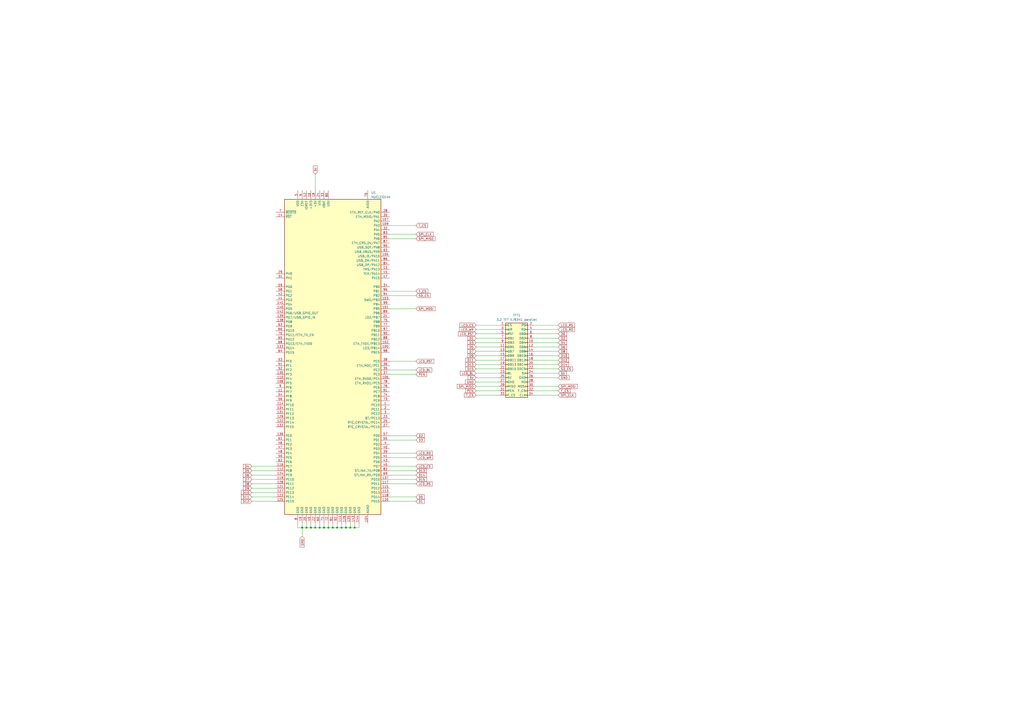
<source format=kicad_sch>
(kicad_sch (version 20230121) (generator eeschema)
  (paper "A2")
  (lib_symbols
    (symbol "zombie_display:3.2_TFT_ILI9341" (pin_names (offset 1.016))
      (property "Reference" "TFT" (at 4.8768 23.0632 0))
      (property "Value" "3.2 TFT ILI9341 parallel" (at 4.826 -23.241 0))
      (property "Footprint" "zombie_display:3.2_TFT_ILI9341" (at 0 0 0))
      (symbol "3.2_TFT_ILI9341_1_1"
        (rectangle (start -1.2954 21.5646) (end 11.4046 -21.6154) (stroke (width 0.254)) (fill (type background)))
        (rectangle (start -1.27 -20.193) (end 0 -20.447) (stroke (width 0.1524)))
        (rectangle (start -1.27 -17.653) (end 0 -17.907) (stroke (width 0.1524)))
        (rectangle (start -1.27 -15.113) (end 0 -15.367) (stroke (width 0.1524)))
        (rectangle (start -1.27 -12.573) (end 0 -12.827) (stroke (width 0.1524)))
        (rectangle (start -1.27 -10.033) (end 0 -10.287) (stroke (width 0.1524)))
        (rectangle (start -1.27 -7.493) (end 0 -7.747) (stroke (width 0.1524)))
        (rectangle (start -1.27 -4.953) (end 0 -5.207) (stroke (width 0.1524)))
        (rectangle (start -1.27 -2.413) (end 0 -2.667) (stroke (width 0.1524)))
        (rectangle (start -1.27 0.127) (end 0 -0.127) (stroke (width 0.1524)))
        (rectangle (start -1.27 2.667) (end 0 2.413) (stroke (width 0.1524)))
        (rectangle (start -1.27 5.207) (end 0 4.953) (stroke (width 0.1524)))
        (rectangle (start -1.27 7.747) (end 0 7.493) (stroke (width 0.1524)))
        (rectangle (start -1.27 10.287) (end 0 10.033) (stroke (width 0.1524)))
        (rectangle (start -1.27 12.827) (end 0 12.573) (stroke (width 0.1524)))
        (rectangle (start -1.27 15.367) (end 0 15.113) (stroke (width 0.1524)))
        (rectangle (start -1.27 17.907) (end 0 17.653) (stroke (width 0.1524)))
        (rectangle (start -1.27 20.447) (end 0 20.193) (stroke (width 0.1524)))
        (rectangle (start 10.0838 -20.193) (end 11.3538 -20.447) (stroke (width 0.1524)))
        (rectangle (start 10.0838 -7.493) (end 11.3538 -7.747) (stroke (width 0.1524)))
        (rectangle (start 11.3538 -17.653) (end 10.0838 -17.907) (stroke (width 0.1524)))
        (rectangle (start 11.3538 -15.113) (end 10.0838 -15.367) (stroke (width 0.1524)))
        (rectangle (start 11.3538 -12.573) (end 10.0838 -12.827) (stroke (width 0.1524)))
        (rectangle (start 11.3538 -10.033) (end 10.0838 -10.287) (stroke (width 0.1524)))
        (rectangle (start 11.3538 -4.953) (end 10.0838 -5.207) (stroke (width 0.1524)))
        (rectangle (start 11.3538 -2.413) (end 10.0838 -2.667) (stroke (width 0.1524)))
        (rectangle (start 11.3538 0.127) (end 10.0838 -0.127) (stroke (width 0.1524)))
        (rectangle (start 11.3538 2.667) (end 10.0838 2.413) (stroke (width 0.1524)))
        (rectangle (start 11.3538 5.207) (end 10.0838 4.953) (stroke (width 0.1524)))
        (rectangle (start 11.3538 7.747) (end 10.0838 7.493) (stroke (width 0.1524)))
        (rectangle (start 11.3538 10.287) (end 10.0838 10.033) (stroke (width 0.1524)))
        (rectangle (start 11.3538 12.827) (end 10.0838 12.573) (stroke (width 0.1524)))
        (rectangle (start 11.3538 15.367) (end 10.0838 15.113) (stroke (width 0.1524)))
        (rectangle (start 11.3538 17.907) (end 10.0838 17.653) (stroke (width 0.1524)))
        (rectangle (start 11.3538 20.447) (end 10.0838 20.193) (stroke (width 0.1524)))
        (pin passive line (at -5.08 20.32 0) (length 3.81) (name "CS") (number "1"))
        (pin passive line (at 15.24 10.16 180) (length 3.81) (name "DB4") (number "10"))
        (pin passive line (at -5.08 7.62 0) (length 3.81) (name "DB5") (number "11"))
        (pin passive line (at 15.24 7.62 180) (length 3.81) (name "DB6") (number "12"))
        (pin passive line (at -5.08 5.08 0) (length 3.81) (name "DB7") (number "13"))
        (pin passive line (at 15.24 5.08 180) (length 3.81) (name "DB8") (number "14"))
        (pin passive line (at -5.08 2.54 0) (length 3.81) (name "DB9") (number "15"))
        (pin passive line (at 15.24 2.54 180) (length 3.81) (name "DB10") (number "16"))
        (pin passive line (at -5.08 0 0) (length 3.81) (name "DB11") (number "17"))
        (pin passive line (at 15.24 0 180) (length 3.81) (name "DB12") (number "18"))
        (pin passive line (at -5.08 -2.54 0) (length 3.81) (name "DB13") (number "19"))
        (pin passive line (at 15.24 20.32 180) (length 3.81) (name "RS") (number "2"))
        (pin passive line (at 15.24 -2.54 180) (length 3.81) (name "DB14") (number "20"))
        (pin passive line (at -5.08 -5.08 0) (length 3.81) (name "DB15") (number "21"))
        (pin passive line (at 15.24 -5.08 180) (length 3.81) (name "SDCS") (number "22"))
        (pin passive line (at -5.08 -7.62 0) (length 3.81) (name "BL") (number "23"))
        (pin passive line (at 15.24 -7.62 180) (length 3.81) (name "5V") (number "24"))
        (pin passive line (at -5.08 -10.16 0) (length 3.81) (name "5V") (number "25"))
        (pin passive line (at 15.24 -10.16 180) (length 3.81) (name "GND") (number "26"))
        (pin passive line (at -5.08 -12.7 0) (length 3.81) (name "GND") (number "27"))
        (pin passive line (at 15.24 -12.7 180) (length 3.81) (name "NC") (number "28"))
        (pin passive line (at -5.08 -15.24 0) (length 3.81) (name "MISO") (number "29"))
        (pin passive line (at -5.08 17.78 0) (length 3.81) (name "WR") (number "3"))
        (pin passive line (at 15.24 -15.24 180) (length 3.81) (name "MOSI") (number "30"))
        (pin passive line (at -5.08 -17.78 0) (length 3.81) (name "PEN") (number "31"))
        (pin passive line (at 15.24 -17.78 180) (length 3.81) (name "F_CS") (number "32"))
        (pin passive line (at -5.08 -20.32 0) (length 3.81) (name "T_CS") (number "33"))
        (pin passive line (at 15.24 -20.32 180) (length 3.81) (name "CLK") (number "34"))
        (pin passive line (at 15.24 17.78 180) (length 3.81) (name "RD") (number "4"))
        (pin passive line (at -5.08 15.24 0) (length 3.81) (name "RST") (number "5"))
        (pin passive line (at 15.24 15.24 180) (length 3.81) (name "DB0") (number "6"))
        (pin passive line (at -5.08 12.7 0) (length 3.81) (name "DB1") (number "7"))
        (pin passive line (at 15.24 12.7 180) (length 3.81) (name "DB2") (number "8"))
        (pin passive line (at -5.08 10.16 0) (length 3.81) (name "DB3") (number "9"))
      )
    )
    (symbol "zombie_nucleo:NUCLEO144-Short"
      (property "Reference" "U" (at -22.86 94.615 0))
      (property "Value" "NUCLEO144" (at -22.86 92.71 0))
      (symbol "NUCLEO144-Short_0_1"
        (rectangle (start -27.94 91.44) (end 27.94 -91.44) (stroke (width 0.254)) (fill (type background)))
      )
      (symbol "NUCLEO144-Short_1_1"
        (pin bidirectional line (at 33.02 -27.94 180) (length 5.08) (name "PC10") (number "1"))
        (pin no_connect line (at -27.94 55.88 0) (length 5.08) hide (name "NC") (number "10"))
        (pin bidirectional line (at 33.02 5.08 180) (length 5.08) (name "LD3/PB14") (number "100"))
        (pin bidirectional line (at 33.02 27.94 180) (length 5.08) (name "PB5") (number "101"))
        (pin bidirectional line (at 33.02 7.62 180) (length 5.08) (name "ETH_TXD1/PB13") (number "102"))
        (pin bidirectional line (at 33.02 33.02 180) (length 5.08) (name "SWO/PB3") (number "103"))
        (pin power_in line (at 20.32 -96.52 90) (length 5.08) (name "AGND") (number "104"))
        (pin bidirectional line (at 33.02 58.42 180) (length 5.08) (name "USB_ID/PA10") (number "105"))
        (pin bidirectional line (at 33.02 -12.7 180) (length 5.08) (name "ETH_RXD0/PC4") (number "106"))
        (pin bidirectional line (at 33.02 78.74 180) (length 5.08) (name "PA2") (number "107"))
        (pin bidirectional line (at -33.02 -15.24 0) (length 5.08) (name "PF5") (number "108"))
        (pin bidirectional line (at 33.02 76.2 180) (length 5.08) (name "PA3") (number "109"))
        (pin bidirectional line (at -33.02 -20.32 0) (length 5.08) (name "PF7") (number "11"))
        (pin bidirectional line (at -33.02 -12.7 0) (length 5.08) (name "PF4") (number "110"))
        (pin power_in line (at 5.08 -96.52 90) (length 5.08) (name "GND") (number "111"))
        (pin bidirectional line (at -33.02 -66.04 0) (length 5.08) (name "PE8") (number "112"))
        (pin bidirectional line (at 33.02 -78.74 180) (length 5.08) (name "PD13") (number "113"))
        (pin bidirectional line (at -33.02 -27.94 0) (length 5.08) (name "PF10") (number "114"))
        (pin bidirectional line (at 33.02 -76.2 180) (length 5.08) (name "PD12") (number "115"))
        (pin bidirectional line (at -33.02 -63.5 0) (length 5.08) (name "PE7") (number "116"))
        (pin bidirectional line (at 33.02 -73.66 180) (length 5.08) (name "PD11") (number "117"))
        (pin bidirectional line (at 33.02 -81.28 180) (length 5.08) (name "PD14") (number "118"))
        (pin bidirectional line (at -33.02 -71.12 0) (length 5.08) (name "PE10") (number "119"))
        (pin power_in line (at -15.24 96.52 270) (length 5.08) (name "IOREF") (number "12"))
        (pin bidirectional line (at 33.02 -83.82 180) (length 5.08) (name "PD15") (number "120"))
        (pin bidirectional line (at -33.02 -76.2 0) (length 5.08) (name "PE12") (number "121"))
        (pin bidirectional line (at -33.02 -38.1 0) (length 5.08) (name "PF14") (number "122"))
        (pin bidirectional line (at -33.02 -81.28 0) (length 5.08) (name "PE14") (number "123"))
        (pin bidirectional line (at -33.02 -68.58 0) (length 5.08) (name "PE9") (number "124"))
        (pin bidirectional line (at -33.02 -83.82 0) (length 5.08) (name "PE15") (number "125"))
        (pin power_in line (at 7.62 -96.52 90) (length 5.08) (name "GND") (number "126"))
        (pin bidirectional line (at -33.02 -78.74 0) (length 5.08) (name "PE13") (number "127"))
        (pin bidirectional line (at -33.02 -73.66 0) (length 5.08) (name "PE11") (number "128"))
        (pin bidirectional line (at -33.02 -35.56 0) (length 5.08) (name "PF13") (number "129"))
        (pin bidirectional line (at 33.02 50.8 180) (length 5.08) (name "TMS/PA13") (number "13"))
        (pin bidirectional line (at -33.02 -10.16 0) (length 5.08) (name "PF3") (number "130"))
        (pin bidirectional line (at -33.02 -33.02 0) (length 5.08) (name "PF12") (number "131"))
        (pin bidirectional line (at -33.02 -40.64 0) (length 5.08) (name "PF15") (number "132"))
        (pin bidirectional line (at -33.02 5.08 0) (length 5.08) (name "PG14") (number "133"))
        (pin bidirectional line (at -33.02 -30.48 0) (length 5.08) (name "PF11") (number "134"))
        (pin power_in line (at 10.16 -96.52 90) (length 5.08) (name "GND") (number "135"))
        (pin bidirectional line (at -33.02 -45.72 0) (length 5.08) (name "PE0") (number "136"))
        (pin bidirectional line (at 33.02 -71.12 180) (length 5.08) (name "PD10") (number "137"))
        (pin bidirectional line (at -33.02 20.32 0) (length 5.08) (name "PG8") (number "138"))
        (pin bidirectional line (at -33.02 22.86 0) (length 5.08) (name "PG7/USB_GPIO_IN") (number "139"))
        (pin input line (at -33.02 81.28 0) (length 5.08) (name "~{RST}") (number "14"))
        (pin bidirectional line (at -33.02 27.94 0) (length 5.08) (name "PG5") (number "140"))
        (pin bidirectional line (at -33.02 30.48 0) (length 5.08) (name "PG4") (number "141"))
        (pin bidirectional line (at -33.02 25.4 0) (length 5.08) (name "PG6/USB_GPIO_OUT") (number "142"))
        (pin power_in line (at 12.7 -96.52 90) (length 5.08) (name "GND") (number "143"))
        (pin power_in line (at 15.24 -96.52 90) (length 5.08) (name "GND") (number "144"))
        (pin bidirectional line (at 33.02 48.26 180) (length 5.08) (name "TCK/PA14") (number "15"))
        (pin power_in line (at -12.7 96.52 270) (length 5.08) (name "+3V3") (number "16"))
        (pin bidirectional line (at 33.02 45.72 180) (length 5.08) (name "PA15") (number "17"))
        (pin power_in line (at -10.16 96.52 270) (length 5.08) (name "+5V") (number "18"))
        (pin power_in line (at -17.78 -96.52 90) (length 5.08) (name "GND") (number "19"))
        (pin bidirectional line (at 33.02 -30.48 180) (length 5.08) (name "PC11") (number "2"))
        (pin power_in line (at -15.24 -96.52 90) (length 5.08) (name "GND") (number "20"))
        (pin bidirectional line (at 33.02 22.86 180) (length 5.08) (name "LD2/PB7") (number "21"))
        (pin power_in line (at -10.16 -96.52 90) (length 5.08) (name "GND") (number "22"))
        (pin bidirectional line (at 33.02 -35.56 180) (length 5.08) (name "BT/PC13") (number "23"))
        (pin power_in line (at -7.62 96.52 270) (length 5.08) (name "VIN") (number "24"))
        (pin bidirectional line (at 33.02 -38.1 180) (length 5.08) (name "RTC_CRYSTAL/PC14") (number "25"))
        (pin no_connect line (at -27.94 58.42 0) (length 5.08) hide (name "NC") (number "26"))
        (pin bidirectional line (at 33.02 -40.64 180) (length 5.08) (name "RTC_CRYSTAL/PC15") (number "27"))
        (pin bidirectional line (at 33.02 83.82 180) (length 5.08) (name "ETH_REF_CLK/PA0") (number "28"))
        (pin bidirectional line (at -33.02 48.26 0) (length 5.08) (name "PH0") (number "29"))
        (pin bidirectional line (at 33.02 -33.02 180) (length 5.08) (name "PC12") (number "3"))
        (pin bidirectional line (at 33.02 81.28 180) (length 5.08) (name "ETH_MDIO/PA1") (number "30"))
        (pin bidirectional line (at -33.02 45.72 0) (length 5.08) (name "PH1") (number "31"))
        (pin bidirectional line (at 33.02 73.66 180) (length 5.08) (name "PA4") (number "32"))
        (pin power_in line (at -5.08 96.52 270) (length 5.08) (name "VBAT") (number "33"))
        (pin bidirectional line (at 33.02 40.64 180) (length 5.08) (name "PB0") (number "34"))
        (pin bidirectional line (at 33.02 -7.62 180) (length 5.08) (name "PC2") (number "35"))
        (pin bidirectional line (at 33.02 -5.08 180) (length 5.08) (name "ETH_MDC/PC1") (number "36"))
        (pin bidirectional line (at 33.02 -10.16 180) (length 5.08) (name "PC3") (number "37"))
        (pin bidirectional line (at 33.02 -2.54 180) (length 5.08) (name "PC0") (number "38"))
        (pin bidirectional line (at 33.02 -55.88 180) (length 5.08) (name "PD4") (number "39"))
        (pin bidirectional line (at 33.02 -50.8 180) (length 5.08) (name "PD2") (number "4"))
        (pin bidirectional line (at 33.02 -53.34 180) (length 5.08) (name "PD3") (number "40"))
        (pin bidirectional line (at 33.02 -58.42 180) (length 5.08) (name "PD5") (number "41"))
        (pin bidirectional line (at -33.02 35.56 0) (length 5.08) (name "PG2") (number "42"))
        (pin bidirectional line (at 33.02 -60.96 180) (length 5.08) (name "PD6") (number "43"))
        (pin bidirectional line (at -33.02 33.02 0) (length 5.08) (name "PG3") (number "44"))
        (pin bidirectional line (at 33.02 -63.5 180) (length 5.08) (name "PD7") (number "45"))
        (pin bidirectional line (at -33.02 -50.8 0) (length 5.08) (name "PE2") (number "46"))
        (pin bidirectional line (at -33.02 -53.34 0) (length 5.08) (name "PE3") (number "47"))
        (pin bidirectional line (at -33.02 -55.88 0) (length 5.08) (name "PE4") (number "48"))
        (pin power_in line (at -12.7 -96.52 90) (length 5.08) (name "GND") (number "49"))
        (pin power_in line (at -20.32 96.52 270) (length 5.08) (name "VDD") (number "5"))
        (pin bidirectional line (at -33.02 -58.42 0) (length 5.08) (name "PE5") (number "50"))
        (pin bidirectional line (at -33.02 -5.08 0) (length 5.08) (name "PF1") (number "51"))
        (pin bidirectional line (at -33.02 -7.62 0) (length 5.08) (name "PF2") (number "52"))
        (pin bidirectional line (at -33.02 -2.54 0) (length 5.08) (name "PF0") (number "53"))
        (pin bidirectional line (at -33.02 -22.86 0) (length 5.08) (name "PF8") (number "54"))
        (pin bidirectional line (at 33.02 -48.26 180) (length 5.08) (name "PD1") (number "55"))
        (pin bidirectional line (at -33.02 -25.4 0) (length 5.08) (name "PF9") (number "56"))
        (pin bidirectional line (at 33.02 -45.72 180) (length 5.08) (name "PD0") (number "57"))
        (pin bidirectional line (at -33.02 38.1 0) (length 5.08) (name "PG1") (number "58"))
        (pin bidirectional line (at -33.02 40.64 0) (length 5.08) (name "PG0") (number "59"))
        (pin power_in line (at -17.78 96.52 270) (length 5.08) (name "E5V") (number "6"))
        (pin power_in line (at -7.62 -96.52 90) (length 5.08) (name "GND") (number "60"))
        (pin bidirectional line (at -33.02 -48.26 0) (length 5.08) (name "PE1") (number "61"))
        (pin bidirectional line (at -33.02 -60.96 0) (length 5.08) (name "PE6") (number "62"))
        (pin bidirectional line (at -33.02 17.78 0) (length 5.08) (name "PG9") (number "63"))
        (pin bidirectional line (at -33.02 2.54 0) (length 5.08) (name "PG15") (number "64"))
        (pin bidirectional line (at -33.02 10.16 0) (length 5.08) (name "PG12") (number "65"))
        (pin bidirectional line (at -33.02 15.24 0) (length 5.08) (name "PG10") (number "66"))
        (pin no_connect line (at -27.94 53.34 0) (length 5.08) hide (name "NC") (number "67"))
        (pin bidirectional line (at -33.02 7.62 0) (length 5.08) (name "PG13/ETH_TXD0") (number "68"))
        (pin bidirectional line (at 33.02 -68.58 180) (length 5.08) (name "STLINK_RX/PD9") (number "69"))
        (pin input line (at -33.02 83.82 0) (length 5.08) (name "~{BOOT0}") (number "7"))
        (pin bidirectional line (at -33.02 12.7 0) (length 5.08) (name "PG11/ETH_TX_EN") (number "70"))
        (pin power_in line (at -5.08 -96.52 90) (length 5.08) (name "GND") (number "71"))
        (pin power_in line (at -2.54 -96.52 90) (length 5.08) (name "GND") (number "72"))
        (pin bidirectional line (at 33.02 -25.4 180) (length 5.08) (name "PC9") (number "73"))
        (pin bidirectional line (at 33.02 -22.86 180) (length 5.08) (name "PC8") (number "74"))
        (pin bidirectional line (at 33.02 20.32 180) (length 5.08) (name "PB8") (number "75"))
        (pin bidirectional line (at 33.02 -17.78 180) (length 5.08) (name "PC6") (number "76"))
        (pin bidirectional line (at 33.02 17.78 180) (length 5.08) (name "PB9") (number "77"))
        (pin bidirectional line (at 33.02 -15.24 180) (length 5.08) (name "ETH_RXD1/PC5") (number "78"))
        (pin power_in line (at 20.32 96.52 270) (length 5.08) (name "AVDD") (number "79"))
        (pin power_in line (at -20.32 -96.52 90) (length 5.08) (name "GND") (number "8"))
        (pin power_in line (at -2.54 96.52 270) (length 5.08) (name "U5V") (number "80"))
        (pin power_in line (at 0 -96.52 90) (length 5.08) (name "GND") (number "81"))
        (pin bidirectional line (at 33.02 -66.04 180) (length 5.08) (name "STLINK_TX/PD8") (number "82"))
        (pin bidirectional line (at 33.02 71.12 180) (length 5.08) (name "PA5") (number "83"))
        (pin bidirectional line (at 33.02 53.34 180) (length 5.08) (name "USB_DP/PA12") (number "84"))
        (pin bidirectional line (at 33.02 68.58 180) (length 5.08) (name "PA6") (number "85"))
        (pin bidirectional line (at 33.02 55.88 180) (length 5.08) (name "USB_DM/PA11") (number "86"))
        (pin bidirectional line (at 33.02 66.04 180) (length 5.08) (name "ETH_CRS_DV/PA7") (number "87"))
        (pin bidirectional line (at 33.02 10.16 180) (length 5.08) (name "PB12") (number "88"))
        (pin bidirectional line (at 33.02 25.4 180) (length 5.08) (name "PB6") (number "89"))
        (pin bidirectional line (at -33.02 -17.78 0) (length 5.08) (name "PF6") (number "9"))
        (pin bidirectional line (at 33.02 12.7 180) (length 5.08) (name "PB11") (number "90"))
        (pin bidirectional line (at 33.02 -20.32 180) (length 5.08) (name "PC7") (number "91"))
        (pin power_in line (at 2.54 -96.52 90) (length 5.08) (name "GND") (number "92"))
        (pin bidirectional line (at 33.02 60.96 180) (length 5.08) (name "USB_VBUS/PA9") (number "93"))
        (pin bidirectional line (at 33.02 35.56 180) (length 5.08) (name "PB2") (number "94"))
        (pin bidirectional line (at 33.02 63.5 180) (length 5.08) (name "USB_SOF/PA8") (number "95"))
        (pin bidirectional line (at 33.02 38.1 180) (length 5.08) (name "PB1") (number "96"))
        (pin bidirectional line (at 33.02 15.24 180) (length 5.08) (name "PB10") (number "97"))
        (pin bidirectional line (at 33.02 2.54 180) (length 5.08) (name "PB15") (number "98"))
        (pin bidirectional line (at 33.02 30.48 180) (length 5.08) (name "PB4") (number "99"))
      )
    )
  )
  (junction (at 195.58 306.07))
  (junction (at 190.5 306.07))
  (junction (at 203.2 306.07))
  (junction (at 193.04 306.07))
  (junction (at 180.34 306.07))
  (junction (at 185.42 306.07))
  (junction (at 175.26 306.07))
  (junction (at 198.12 306.07))
  (junction (at 177.8 306.07))
  (junction (at 187.96 306.07))
  (junction (at 200.66 306.07))
  (junction (at 205.74 306.07))
  (junction (at 182.88 306.07))
  (wire (pts (xy 146.05 280.67) (xy 160.02 280.67)))
  (wire (pts (xy 276.225 226.695) (xy 289.56 226.695)))
  (wire (pts (xy 226.06 278.13) (xy 241.3 278.13)))
  (wire (pts (xy 309.88 224.155) (xy 323.85 224.155)))
  (wire (pts (xy 276.225 211.455) (xy 289.56 211.455)))
  (wire (pts (xy 276.225 221.615) (xy 289.56 221.615)))
  (wire (pts (xy 276.225 219.075) (xy 289.56 219.075)))
  (wire (pts (xy 309.88 219.075) (xy 323.85 219.075)))
  (wire (pts (xy 200.66 306.07) (xy 203.2 306.07)))
  (wire (pts (xy 200.66 303.53) (xy 200.66 306.07)))
  (wire (pts (xy 146.05 283.21) (xy 160.02 283.21)))
  (wire (pts (xy 175.26 306.07) (xy 175.26 311.15)))
  (wire (pts (xy 177.8 306.07) (xy 175.26 306.07)))
  (wire (pts (xy 226.06 270.51) (xy 241.3 270.51)))
  (wire (pts (xy 182.88 303.53) (xy 182.88 306.07)))
  (wire (pts (xy 226.06 280.67) (xy 241.3 280.67)))
  (wire (pts (xy 309.88 201.295) (xy 323.85 201.295)))
  (wire (pts (xy 182.88 306.07) (xy 185.42 306.07)))
  (wire (pts (xy 276.225 224.155) (xy 289.56 224.155)))
  (wire (pts (xy 276.225 198.755) (xy 289.56 198.755)))
  (wire (pts (xy 146.05 273.05) (xy 160.02 273.05)))
  (wire (pts (xy 182.88 100.965) (xy 182.88 110.49)))
  (wire (pts (xy 309.88 211.455) (xy 323.85 211.455)))
  (wire (pts (xy 276.225 188.595) (xy 289.56 188.595)))
  (wire (pts (xy 226.06 290.83) (xy 241.3 290.83)))
  (wire (pts (xy 226.06 288.29) (xy 241.3 288.29)))
  (wire (pts (xy 309.88 188.595) (xy 323.85 188.595)))
  (wire (pts (xy 180.34 306.07) (xy 182.88 306.07)))
  (wire (pts (xy 175.26 303.53) (xy 175.26 306.07)))
  (wire (pts (xy 276.225 193.675) (xy 289.56 193.675)))
  (wire (pts (xy 226.06 275.59) (xy 241.3 275.59)))
  (wire (pts (xy 198.12 306.07) (xy 200.66 306.07)))
  (wire (pts (xy 309.88 213.995) (xy 323.85 213.995)))
  (wire (pts (xy 146.05 290.83) (xy 160.02 290.83)))
  (wire (pts (xy 276.225 208.915) (xy 289.56 208.915)))
  (wire (pts (xy 198.12 303.53) (xy 198.12 306.07)))
  (wire (pts (xy 276.225 201.295) (xy 289.56 201.295)))
  (wire (pts (xy 226.06 273.05) (xy 241.3 273.05)))
  (wire (pts (xy 226.06 171.45) (xy 241.3 171.45)))
  (wire (pts (xy 226.06 214.63) (xy 241.3 214.63)))
  (wire (pts (xy 276.225 229.235) (xy 289.56 229.235)))
  (wire (pts (xy 146.05 288.29) (xy 160.02 288.29)))
  (wire (pts (xy 185.42 303.53) (xy 185.42 306.07)))
  (wire (pts (xy 193.04 306.07) (xy 195.58 306.07)))
  (wire (pts (xy 208.28 303.53) (xy 208.28 306.07)))
  (wire (pts (xy 226.06 255.27) (xy 241.3 255.27)))
  (wire (pts (xy 195.58 303.53) (xy 195.58 306.07)))
  (wire (pts (xy 146.05 278.13) (xy 160.02 278.13)))
  (wire (pts (xy 146.05 270.51) (xy 160.02 270.51)))
  (wire (pts (xy 190.5 303.53) (xy 190.5 306.07)))
  (wire (pts (xy 190.5 306.07) (xy 187.96 306.07)))
  (wire (pts (xy 226.06 209.55) (xy 241.3 209.55)))
  (wire (pts (xy 226.06 138.43) (xy 241.3 138.43)))
  (wire (pts (xy 226.06 168.91) (xy 241.3 168.91)))
  (wire (pts (xy 226.06 217.17) (xy 241.3 217.17)))
  (wire (pts (xy 226.06 135.89) (xy 241.3 135.89)))
  (wire (pts (xy 309.88 193.675) (xy 323.85 193.675)))
  (wire (pts (xy 226.06 179.07) (xy 241.3 179.07)))
  (wire (pts (xy 276.225 196.215) (xy 289.56 196.215)))
  (wire (pts (xy 146.05 275.59) (xy 160.02 275.59)))
  (wire (pts (xy 226.06 265.43) (xy 241.3 265.43)))
  (wire (pts (xy 309.88 196.215) (xy 323.85 196.215)))
  (wire (pts (xy 226.06 130.81) (xy 241.3 130.81)))
  (wire (pts (xy 226.06 262.89) (xy 241.3 262.89)))
  (wire (pts (xy 193.04 306.07) (xy 190.5 306.07)))
  (wire (pts (xy 276.225 216.535) (xy 289.56 216.535)))
  (wire (pts (xy 177.8 306.07) (xy 180.34 306.07)))
  (wire (pts (xy 193.04 303.53) (xy 193.04 306.07)))
  (wire (pts (xy 205.74 306.07) (xy 203.2 306.07)))
  (wire (pts (xy 187.96 303.53) (xy 187.96 306.07)))
  (wire (pts (xy 309.88 226.695) (xy 323.85 226.695)))
  (wire (pts (xy 309.88 216.535) (xy 323.85 216.535)))
  (wire (pts (xy 185.42 306.07) (xy 187.96 306.07)))
  (wire (pts (xy 309.88 203.835) (xy 323.85 203.835)))
  (wire (pts (xy 203.2 303.53) (xy 203.2 306.07)))
  (wire (pts (xy 226.06 252.73) (xy 241.3 252.73)))
  (wire (pts (xy 208.28 306.07) (xy 205.74 306.07)))
  (wire (pts (xy 309.88 191.135) (xy 323.85 191.135)))
  (wire (pts (xy 172.72 306.07) (xy 175.26 306.07)))
  (wire (pts (xy 309.88 198.755) (xy 323.85 198.755)))
  (wire (pts (xy 276.225 203.835) (xy 289.56 203.835)))
  (wire (pts (xy 195.58 306.07) (xy 198.12 306.07)))
  (wire (pts (xy 146.05 285.75) (xy 160.02 285.75)))
  (wire (pts (xy 180.34 303.53) (xy 180.34 306.07)))
  (wire (pts (xy 276.225 191.135) (xy 289.56 191.135)))
  (wire (pts (xy 309.88 208.915) (xy 323.85 208.915)))
  (wire (pts (xy 276.225 206.375) (xy 289.56 206.375)))
  (wire (pts (xy 205.74 303.53) (xy 205.74 306.07)))
  (wire (pts (xy 177.8 303.53) (xy 177.8 306.07)))
  (wire (pts (xy 276.225 213.995) (xy 289.56 213.995)))
  (wire (pts (xy 309.88 229.235) (xy 323.85 229.235)))
  (wire (pts (xy 309.88 206.375) (xy 323.85 206.375)))
  (wire (pts (xy 172.72 303.53) (xy 172.72 306.07)))
  (global_label "LCD_RST" (shape input) (at 276.225 193.675 180) (property "Intersheetrefs" "${INTERSHEET_REFS}" (effects hide)))
  (global_label "D6" (shape input) (at 323.85 201.295 0) (property "Intersheetrefs" "${INTERSHEET_REFS}" (effects hide)))
  (global_label "LCD_WR" (shape input) (at 241.3 265.43 0) (property "Intersheetrefs" "${INTERSHEET_REFS}" (effects hide)))
  (global_label "GND" (shape input) (at 323.85 219.075 0) (property "Intersheetrefs" "${INTERSHEET_REFS}" (effects hide)))
  (global_label "SPI_MOSI" (shape input) (at 241.3 179.07 0) (property "Intersheetrefs" "${INTERSHEET_REFS}" (effects hide)))
  (global_label "D13" (shape input) (at 276.225 211.455 180) (property "Intersheetrefs" "${INTERSHEET_REFS}" (effects hide)))
  (global_label "D9" (shape input) (at 276.225 206.375 180) (property "Intersheetrefs" "${INTERSHEET_REFS}" (effects hide)))
  (global_label "5V" (shape input) (at 276.225 219.075 180) (property "Intersheetrefs" "${INTERSHEET_REFS}" (effects hide)))
  (global_label "SPI_MOSI" (shape input) (at 323.85 224.155 0) (property "Intersheetrefs" "${INTERSHEET_REFS}" (effects hide)))
  (global_label "D14" (shape input) (at 241.3 275.59 0) (property "Intersheetrefs" "${INTERSHEET_REFS}" (effects hide)))
  (global_label "D9" (shape input) (at 146.05 283.21 180) (property "Intersheetrefs" "${INTERSHEET_REFS}" (effects hide)))
  (global_label "GND" (shape input) (at 175.26 311.15 270) (property "Intersheetrefs" "${INTERSHEET_REFS}" (effects hide)))
  (global_label "PEN" (shape input) (at 241.3 217.17 0) (property "Intersheetrefs" "${INTERSHEET_REFS}" (effects hide)))
  (global_label "D6" (shape input) (at 146.05 275.59 180) (property "Intersheetrefs" "${INTERSHEET_REFS}" (effects hide)))
  (global_label "D8" (shape input) (at 323.85 203.835 0) (property "Intersheetrefs" "${INTERSHEET_REFS}" (effects hide)))
  (global_label "LCD_WR" (shape input) (at 276.225 191.135 180) (property "Intersheetrefs" "${INTERSHEET_REFS}" (effects hide)))
  (global_label "F_CS" (shape input) (at 323.85 226.695 0) (property "Intersheetrefs" "${INTERSHEET_REFS}" (effects hide)))
  (global_label "D11" (shape input) (at 146.05 288.29 180) (property "Intersheetrefs" "${INTERSHEET_REFS}" (effects hide)))
  (global_label "D13" (shape input) (at 241.3 273.05 0) (property "Intersheetrefs" "${INTERSHEET_REFS}" (effects hide)))
  (global_label "SPI_MISO" (shape input) (at 241.3 138.43 0) (property "Intersheetrefs" "${INTERSHEET_REFS}" (effects hide)))
  (global_label "SPI_CLK" (shape input) (at 323.85 229.235 0) (property "Intersheetrefs" "${INTERSHEET_REFS}" (effects hide)))
  (global_label "D0" (shape input) (at 323.85 193.675 0) (property "Intersheetrefs" "${INTERSHEET_REFS}" (effects hide)))
  (global_label "D2" (shape input) (at 241.3 252.73 0) (property "Intersheetrefs" "${INTERSHEET_REFS}" (effects hide)))
  (global_label "LCD_RS" (shape input) (at 241.3 280.67 0) (property "Intersheetrefs" "${INTERSHEET_REFS}" (effects hide)))
  (global_label "D10" (shape input) (at 146.05 285.75 180) (property "Intersheetrefs" "${INTERSHEET_REFS}" (effects hide)))
  (global_label "D10" (shape input) (at 323.85 206.375 0) (property "Intersheetrefs" "${INTERSHEET_REFS}" (effects hide)))
  (global_label "D4" (shape input) (at 146.05 270.51 180) (property "Intersheetrefs" "${INTERSHEET_REFS}" (effects hide)))
  (global_label "PEN" (shape input) (at 276.225 226.695 180) (property "Intersheetrefs" "${INTERSHEET_REFS}" (effects hide)))
  (global_label "F_CS" (shape input) (at 241.3 168.91 0) (property "Intersheetrefs" "${INTERSHEET_REFS}" (effects hide)))
  (global_label "SPI_MISO" (shape input) (at 276.225 224.155 180) (property "Intersheetrefs" "${INTERSHEET_REFS}" (effects hide)))
  (global_label "SPI_CLK" (shape input) (at 241.3 135.89 0) (property "Intersheetrefs" "${INTERSHEET_REFS}" (effects hide)))
  (global_label "D12" (shape input) (at 323.85 208.915 0) (property "Intersheetrefs" "${INTERSHEET_REFS}" (effects hide)))
  (global_label "LCD_CS" (shape input) (at 241.3 270.51 0) (property "Intersheetrefs" "${INTERSHEET_REFS}" (effects hide)))
  (global_label "LCD_RD" (shape input) (at 323.85 191.135 0) (property "Intersheetrefs" "${INTERSHEET_REFS}" (effects hide)))
  (global_label "LCD_RST" (shape input) (at 241.3 209.55 0) (property "Intersheetrefs" "${INTERSHEET_REFS}" (effects hide)))
  (global_label "T_CS" (shape input) (at 241.3 130.81 0) (property "Intersheetrefs" "${INTERSHEET_REFS}" (effects hide)))
  (global_label "D15" (shape input) (at 276.225 213.995 180) (property "Intersheetrefs" "${INTERSHEET_REFS}" (effects hide)))
  (global_label "D8" (shape input) (at 146.05 280.67 180) (property "Intersheetrefs" "${INTERSHEET_REFS}" (effects hide)))
  (global_label "D3" (shape input) (at 276.225 198.755 180) (property "Intersheetrefs" "${INTERSHEET_REFS}" (effects hide)))
  (global_label "SD_CS" (shape input) (at 241.3 171.45 0) (property "Intersheetrefs" "${INTERSHEET_REFS}" (effects hide)))
  (global_label "T_CS" (shape input) (at 276.225 229.235 180) (property "Intersheetrefs" "${INTERSHEET_REFS}" (effects hide)))
  (global_label "SD_CS" (shape input) (at 323.85 213.995 0) (property "Intersheetrefs" "${INTERSHEET_REFS}" (effects hide)))
  (global_label "D0" (shape input) (at 241.3 288.29 0) (property "Intersheetrefs" "${INTERSHEET_REFS}" (effects hide)))
  (global_label "D1" (shape input) (at 276.225 196.215 180) (property "Intersheetrefs" "${INTERSHEET_REFS}" (effects hide)))
  (global_label "D1" (shape input) (at 241.3 290.83 0) (property "Intersheetrefs" "${INTERSHEET_REFS}" (effects hide)))
  (global_label "D15" (shape input) (at 241.3 278.13 0) (property "Intersheetrefs" "${INTERSHEET_REFS}" (effects hide)))
  (global_label "D3" (shape input) (at 241.3 255.27 0) (property "Intersheetrefs" "${INTERSHEET_REFS}" (effects hide)))
  (global_label "D12" (shape input) (at 146.05 290.83 180) (property "Intersheetrefs" "${INTERSHEET_REFS}" (effects hide)))
  (global_label "5V" (shape input) (at 182.88 100.965 90) (property "Intersheetrefs" "${INTERSHEET_REFS}" (effects hide)))
  (global_label "D11" (shape input) (at 276.225 208.915 180) (property "Intersheetrefs" "${INTERSHEET_REFS}" (effects hide)))
  (global_label "LCD_RS" (shape input) (at 323.85 188.595 0) (property "Intersheetrefs" "${INTERSHEET_REFS}" (effects hide)))
  (global_label "GND" (shape input) (at 276.225 221.615 180) (property "Intersheetrefs" "${INTERSHEET_REFS}" (effects hide)))
  (global_label "5V" (shape input) (at 323.85 216.535 0) (property "Intersheetrefs" "${INTERSHEET_REFS}" (effects hide)))
  (global_label "D7" (shape input) (at 276.225 203.835 180) (property "Intersheetrefs" "${INTERSHEET_REFS}" (effects hide)))
  (global_label "D4" (shape input) (at 323.85 198.755 0) (property "Intersheetrefs" "${INTERSHEET_REFS}" (effects hide)))
  (global_label "D7" (shape input) (at 146.05 278.13 180) (property "Intersheetrefs" "${INTERSHEET_REFS}" (effects hide)))
  (global_label "D5" (shape input) (at 146.05 273.05 180) (property "Intersheetrefs" "${INTERSHEET_REFS}" (effects hide)))
  (global_label "LCD_BL" (shape input) (at 241.3 214.63 0) (property "Intersheetrefs" "${INTERSHEET_REFS}" (effects hide)))
  (global_label "D14" (shape input) (at 323.85 211.455 0) (property "Intersheetrefs" "${INTERSHEET_REFS}" (effects hide)))
  (global_label "LCD_RD" (shape input) (at 241.3 262.89 0) (property "Intersheetrefs" "${INTERSHEET_REFS}" (effects hide)))
  (global_label "LCD_CS" (shape input) (at 276.225 188.595 180) (property "Intersheetrefs" "${INTERSHEET_REFS}" (effects hide)))
  (global_label "D5" (shape input) (at 276.225 201.295 180) (property "Intersheetrefs" "${INTERSHEET_REFS}" (effects hide)))
  (global_label "LCD_BL" (shape input) (at 276.225 216.535 180) (property "Intersheetrefs" "${INTERSHEET_REFS}" (effects hide)))
  (global_label "D2" (shape input) (at 323.85 196.215 0) (property "Intersheetrefs" "${INTERSHEET_REFS}" (effects hide)))
  (symbol (lib_id "zombie_display:3.2_TFT_ILI9341") (at 294.64 208.915 0) (unit 1)
    (property "Reference" "TFT1" (at 299.6946 182.88 0))
    (property "Value" "3.2 TFT ILI9341 parallel" (at 299.6946 185.42 0))
    (property "Footprint" "zombie_display:3.2_TFT_ILI9341" (effects hide))
  )
  (symbol (lib_id "zombie_nucleo:NUCLEO144-Short") (at 193.04 207.01 0) (unit 1)
    (property "Reference" "U1" (at 215.3159 111.76 0) (effects (justify left)))
    (property "Value" "NUCLEO144" (at 215.3159 114.3 0) (effects (justify left)))
    (property "Footprint" "zombie_nucleo:ST_Morpho_Connector_144_Short" (effects hide))
  )
)
</source>
